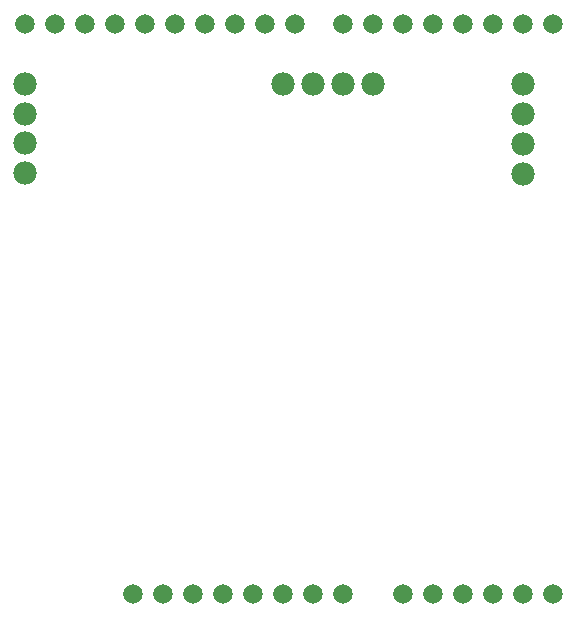
<source format=gtl>
G04 MADE WITH FRITZING*
G04 WWW.FRITZING.ORG*
G04 DOUBLE SIDED*
G04 HOLES PLATED*
G04 CONTOUR ON CENTER OF CONTOUR VECTOR*
%ASAXBY*%
%FSLAX23Y23*%
%MOIN*%
%OFA0B0*%
%SFA1.0B1.0*%
%ADD10C,0.065278*%
%ADD11C,0.078000*%
%LNCOPPER1*%
G90*
G70*
G54D10*
X2101Y103D03*
X2201Y103D03*
X2301Y103D03*
X2401Y103D03*
X2501Y103D03*
X1641Y2003D03*
X1541Y2003D03*
X1441Y2003D03*
X1341Y2003D03*
X1241Y2003D03*
X1141Y2003D03*
X1041Y2003D03*
X941Y2003D03*
X841Y2003D03*
X741Y2003D03*
X2501Y2003D03*
X2401Y2003D03*
X2301Y2003D03*
X2201Y2003D03*
X2101Y2003D03*
X2001Y2003D03*
X1901Y2003D03*
X1801Y2003D03*
X1201Y103D03*
X1101Y103D03*
X1301Y103D03*
X1401Y103D03*
X1501Y103D03*
X1601Y103D03*
X1701Y103D03*
X1801Y103D03*
X2001Y103D03*
G54D11*
X2401Y1805D03*
X2401Y1705D03*
X2401Y1605D03*
X2401Y1505D03*
X1901Y1805D03*
X1801Y1805D03*
X1701Y1805D03*
X1601Y1805D03*
X741Y1508D03*
X741Y1607D03*
X741Y1705D03*
X741Y1803D03*
G04 End of Copper1*
M02*
</source>
